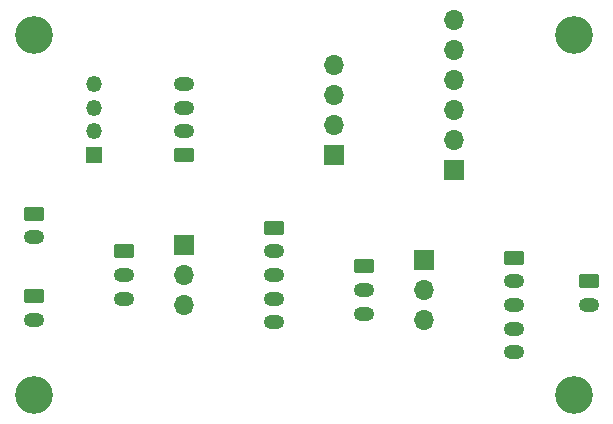
<source format=gbr>
%TF.GenerationSoftware,KiCad,Pcbnew,7.0.5-7.0.5~ubuntu22.04.1*%
%TF.CreationDate,2023-06-17T21:55:33-05:00*%
%TF.ProjectId,power-sensor-breakout,706f7765-722d-4736-956e-736f722d6272,rev?*%
%TF.SameCoordinates,Original*%
%TF.FileFunction,Soldermask,Top*%
%TF.FilePolarity,Negative*%
%FSLAX46Y46*%
G04 Gerber Fmt 4.6, Leading zero omitted, Abs format (unit mm)*
G04 Created by KiCad (PCBNEW 7.0.5-7.0.5~ubuntu22.04.1) date 2023-06-17 21:55:33*
%MOMM*%
%LPD*%
G01*
G04 APERTURE LIST*
G04 Aperture macros list*
%AMRoundRect*
0 Rectangle with rounded corners*
0 $1 Rounding radius*
0 $2 $3 $4 $5 $6 $7 $8 $9 X,Y pos of 4 corners*
0 Add a 4 corners polygon primitive as box body*
4,1,4,$2,$3,$4,$5,$6,$7,$8,$9,$2,$3,0*
0 Add four circle primitives for the rounded corners*
1,1,$1+$1,$2,$3*
1,1,$1+$1,$4,$5*
1,1,$1+$1,$6,$7*
1,1,$1+$1,$8,$9*
0 Add four rect primitives between the rounded corners*
20,1,$1+$1,$2,$3,$4,$5,0*
20,1,$1+$1,$4,$5,$6,$7,0*
20,1,$1+$1,$6,$7,$8,$9,0*
20,1,$1+$1,$8,$9,$2,$3,0*%
G04 Aperture macros list end*
%ADD10R,1.700000X1.700000*%
%ADD11O,1.700000X1.700000*%
%ADD12C,3.200000*%
%ADD13O,1.750000X1.200000*%
%ADD14RoundRect,0.250000X-0.625000X0.350000X-0.625000X-0.350000X0.625000X-0.350000X0.625000X0.350000X0*%
%ADD15R,1.350000X1.350000*%
%ADD16O,1.350000X1.350000*%
%ADD17RoundRect,0.250000X0.625000X-0.350000X0.625000X0.350000X-0.625000X0.350000X-0.625000X-0.350000X0*%
G04 APERTURE END LIST*
D10*
%TO.C,J13*%
X121920000Y-83820000D03*
D11*
X121920000Y-81280000D03*
X121920000Y-78740000D03*
X121920000Y-76200000D03*
%TD*%
D12*
%TO.C,H3*%
X96520000Y-104140000D03*
%TD*%
%TO.C,H4*%
X142240000Y-104140000D03*
%TD*%
%TO.C,H2*%
X142240000Y-73660000D03*
%TD*%
%TO.C,H1*%
X96520000Y-73660000D03*
%TD*%
D13*
%TO.C,J2*%
X96520000Y-97790000D03*
D14*
X96520000Y-95790000D03*
%TD*%
D11*
%TO.C,J4*%
X109220000Y-96520000D03*
X109220000Y-93980000D03*
D10*
X109220000Y-91440000D03*
%TD*%
D13*
%TO.C,J3*%
X104140000Y-95980000D03*
X104140000Y-93980000D03*
D14*
X104140000Y-91980000D03*
%TD*%
%TO.C,J1*%
X96520000Y-88805000D03*
D13*
X96520000Y-90805000D03*
%TD*%
%TO.C,J5*%
X116840000Y-97980000D03*
X116840000Y-95980000D03*
X116840000Y-93980000D03*
X116840000Y-91980000D03*
D14*
X116840000Y-89980000D03*
%TD*%
D13*
%TO.C,J8*%
X137160000Y-100520000D03*
X137160000Y-98520000D03*
X137160000Y-96520000D03*
X137160000Y-94520000D03*
D14*
X137160000Y-92520000D03*
%TD*%
D10*
%TO.C,J7*%
X129540000Y-92710000D03*
D11*
X129540000Y-95250000D03*
X129540000Y-97790000D03*
%TD*%
D13*
%TO.C,J6*%
X124460000Y-97250000D03*
X124460000Y-95250000D03*
D14*
X124460000Y-93250000D03*
%TD*%
D13*
%TO.C,J9*%
X143510000Y-96520000D03*
D14*
X143510000Y-94520000D03*
%TD*%
D15*
%TO.C,J12*%
X101600000Y-83820000D03*
D16*
X101600000Y-81820000D03*
X101600000Y-79820000D03*
X101600000Y-77820000D03*
%TD*%
D17*
%TO.C,J11*%
X109220000Y-83820000D03*
D13*
X109220000Y-81820000D03*
X109220000Y-79820000D03*
X109220000Y-77820000D03*
%TD*%
D11*
%TO.C,J10*%
X132080000Y-72390000D03*
X132080000Y-74930000D03*
X132080000Y-77470000D03*
X132080000Y-80010000D03*
X132080000Y-82550000D03*
D10*
X132080000Y-85090000D03*
%TD*%
M02*

</source>
